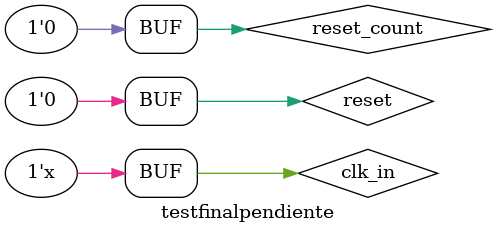
<source format=sv>
`timescale 1ns / 1ps


module testfinalpendiente();

logic clk_in;
logic reset;
logic reset_count;
logic [6:0]display;
logic [3:0]on_off;

diseno_temporal dut(

    .clk_in(clk_in),
    .reset(reset),
    .reset_count(reset_count),
    .display(display),
    .on_off(on_off)
);




always #10 clk_in = ~clk_in;

initial begin

    clk_in = 0;
    reset = 1;
    reset_count = 1;
    
    #10
    
    reset = 0;
    
    #34000000
    reset_count = 0;
    
 end

endmodule
</source>
